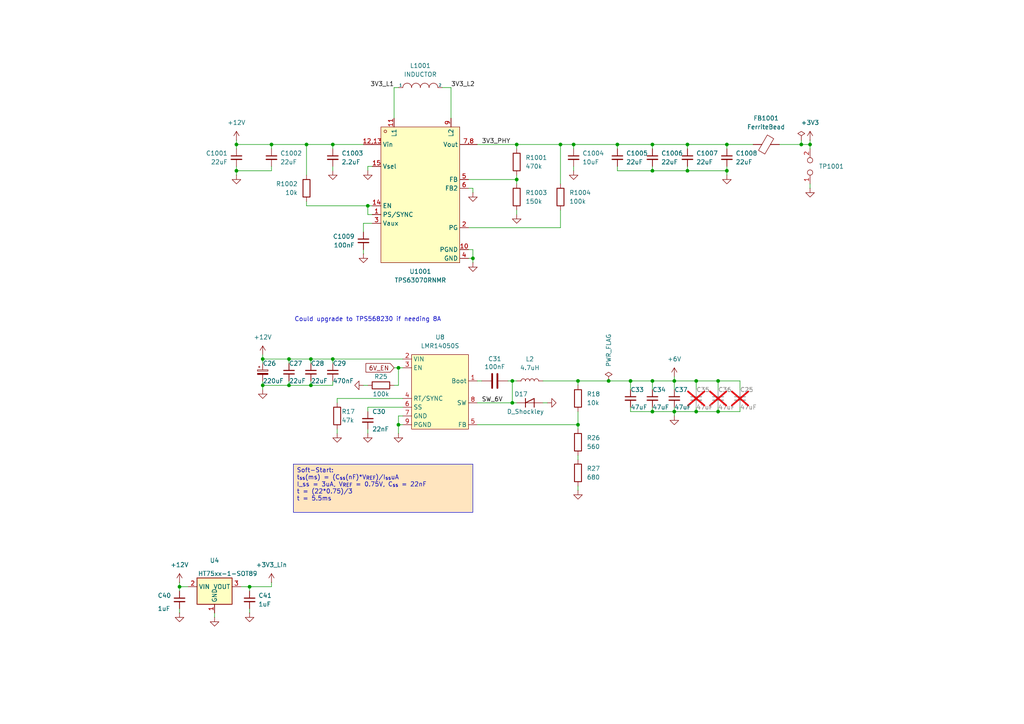
<source format=kicad_sch>
(kicad_sch (version 20231120) (generator "eeschema") (generator_version "8.0")
  (paper "A4")
  (lib_symbols
    (symbol "Connector:TestPoint_2Pole" (pin_names (offset 0.762) hide)
      (property "Reference" "TP" (at 0 1.524 0))
      (property "Value" "TestPoint_2Pole" (at 0 -1.778 0))
      (symbol "TestPoint_2Pole_0_1"
        (circle (center -1.778 0) (radius 0.762))
        (circle (center 1.778 0) (radius 0.762))
        (pin passive line (at -5.08 0 0) (length 2.54) (name "1") (number "1"))
        (pin passive line (at 5.08 0 180) (length 2.54) (name "2") (number "2"))
      )
    )
    (symbol "Device:C" (pin_numbers hide) (pin_names (offset 0.254))
      (property "Reference" "C" (at 0.635 2.54 0))
      (property "Value" "C" (at 0.635 -2.54 0))
      (symbol "C_0_1"
        (polyline (pts (xy -2.032 -0.762) (xy 2.032 -0.762)) (stroke (width 0.508)))
        (polyline (pts (xy -2.032 0.762) (xy 2.032 0.762)) (stroke (width 0.508)))
      )
      (symbol "C_1_1"
        (pin passive line (at 0 3.81 270) (length 2.794) (name "~") (number "1"))
        (pin passive line (at 0 -3.81 90) (length 2.794) (name "~") (number "2"))
      )
    )
    (symbol "Device:C_Polarized_Small" (pin_numbers hide) (pin_names (offset 0.254) hide)
      (property "Reference" "C" (at 0.254 1.778 0))
      (property "Value" "C_Polarized_Small" (at 0.254 -2.032 0))
      (symbol "C_Polarized_Small_0_1"
        (rectangle (start -1.524 -0.3048) (end 1.524 -0.6858) (fill (type outline)))
        (rectangle (start -1.524 0.6858) (end 1.524 0.3048))
        (polyline (pts (xy -1.27 1.524) (xy -0.762 1.524)))
        (polyline (pts (xy -1.016 1.27) (xy -1.016 1.778)))
      )
      (symbol "C_Polarized_Small_1_1"
        (pin passive line (at 0 2.54 270) (length 1.8542) (name "~") (number "1"))
        (pin passive line (at 0 -2.54 90) (length 1.8542) (name "~") (number "2"))
      )
    )
    (symbol "Device:C_Small" (pin_numbers hide) (pin_names (offset 0.254) hide)
      (property "Reference" "C" (at 0.254 1.778 0))
      (property "Value" "C_Small" (at 0.254 -2.032 0))
      (symbol "C_Small_0_1"
        (polyline (pts (xy -1.524 -0.508) (xy 1.524 -0.508)) (stroke (width 0.3302)))
        (polyline (pts (xy -1.524 0.508) (xy 1.524 0.508)) (stroke (width 0.3048)))
      )
      (symbol "C_Small_1_1"
        (pin passive line (at 0 2.54 270) (length 2.032) (name "~") (number "1"))
        (pin passive line (at 0 -2.54 90) (length 2.032) (name "~") (number "2"))
      )
    )
    (symbol "Device:D_Shockley" (pin_numbers hide) (pin_names (offset 1.016) hide)
      (property "Reference" "D" (at 0 2.54 0))
      (property "Value" "D_Shockley" (at 0 -2.54 0))
      (symbol "D_Shockley_0_1"
        (polyline (pts (xy -1.27 0) (xy 1.27 0)))
        (polyline (pts (xy -1.27 1.27) (xy -1.27 -1.27)) (stroke (width 0.254)))
        (polyline (pts (xy -1.27 0) (xy 1.27 1.27) (xy 1.27 -1.27)) (stroke (width 0.254)))
      )
      (symbol "D_Shockley_1_1"
        (pin passive line (at -3.81 0 0) (length 2.54) (name "K") (number "1"))
        (pin passive line (at 3.81 0 180) (length 2.54) (name "A") (number "2"))
      )
    )
    (symbol "Device:FerriteBead" (pin_numbers hide) (pin_names (offset 0))
      (property "Reference" "FB" (at -3.81 0.635 90))
      (property "Value" "FerriteBead" (at 3.81 0 90))
      (symbol "FerriteBead_0_1"
        (polyline (pts (xy 0 -1.27) (xy 0 -1.2192)))
        (polyline (pts (xy 0 1.27) (xy 0 1.2954)))
        (polyline (pts (xy -2.7686 0.4064) (xy -1.7018 2.2606) (xy 2.7686 -0.3048) (xy 1.6764 -2.159) (xy -2.7686 0.4064)))
      )
      (symbol "FerriteBead_1_1"
        (pin passive line (at 0 3.81 270) (length 2.54) (name "~") (number "1"))
        (pin passive line (at 0 -3.81 90) (length 2.54) (name "~") (number "2"))
      )
    )
    (symbol "Device:L" (pin_numbers hide) (pin_names (offset 1.016) hide)
      (property "Reference" "L" (at -1.27 0 90))
      (property "Value" "L" (at 1.905 0 90))
      (symbol "L_0_1"
        (arc (start 0 -2.54) (mid 0.6323 -1.905) (end 0 -1.27))
        (arc (start 0 -1.27) (mid 0.6323 -0.635) (end 0 0))
        (arc (start 0 0) (mid 0.6323 0.635) (end 0 1.27))
        (arc (start 0 1.27) (mid 0.6323 1.905) (end 0 2.54))
      )
      (symbol "L_1_1"
        (pin passive line (at 0 3.81 270) (length 1.27) (name "1") (number "1"))
        (pin passive line (at 0 -3.81 90) (length 1.27) (name "2") (number "2"))
      )
    )
    (symbol "Device:R" (pin_numbers hide) (pin_names (offset 0))
      (property "Reference" "R" (at 2.032 0 90))
      (property "Value" "R" (at 0 0 90))
      (symbol "R_0_1"
        (rectangle (start -1.016 -2.54) (end 1.016 2.54) (stroke (width 0.254)))
      )
      (symbol "R_1_1"
        (pin passive line (at 0 3.81 270) (length 1.27) (name "~") (number "1"))
        (pin passive line (at 0 -3.81 90) (length 1.27) (name "~") (number "2"))
      )
    )
    (symbol "Regulator_Linear:HT75xx-1-SOT89"
      (property "Reference" "U" (at -5.08 -3.81 0))
      (property "Value" "HT75xx-1-SOT89" (at 0 6.35 0))
      (symbol "HT75xx-1-SOT89_0_1"
        (rectangle (start -5.08 5.08) (end 5.08 -2.54) (stroke (width 0.254)) (fill (type background)))
      )
      (symbol "HT75xx-1-SOT89_1_1"
        (pin power_in line (at 0 -5.08 90) (length 2.54) (name "GND") (number "1"))
        (pin power_in line (at -7.62 2.54 0) (length 2.54) (name "VIN") (number "2"))
        (pin power_out line (at 7.62 2.54 180) (length 2.54) (name "VOUT") (number "3"))
      )
    )
    (symbol "cacophony-library:LMR14050S"
      (property "Reference" "U8" (at -0.635 16.51 0))
      (property "Value" "LMR14050S" (at -0.635 13.97 0))
      (symbol "LMR14050S_0_1"
        (rectangle (start -8.89 11.43) (end 7.62 -10.16) (fill (type background)))
      )
      (symbol "LMR14050S_1_1"
        (pin passive line (at 10.16 3.81 180) (length 2.54) (name "Boot") (number "1"))
        (pin passive line (at -11.43 10.16 0) (length 2.54) (name "VIN") (number "2"))
        (pin passive line (at -11.43 7.62 0) (length 2.54) (name "EN") (number "3"))
        (pin passive line (at -11.43 -1.27 0) (length 2.54) (name "RT/SYNC") (number "4"))
        (pin passive line (at 10.16 -8.89 180) (length 2.54) (name "FB") (number "5"))
        (pin passive line (at -11.43 -3.81 0) (length 2.54) (name "SS") (number "6"))
        (pin passive line (at -11.43 -6.35 0) (length 2.54) (name "GND") (number "7"))
        (pin passive line (at 10.16 -2.54 180) (length 2.54) (name "SW") (number "8"))
        (pin passive line (at -11.43 -8.89 0) (length 2.54) (name "PGND") (number "9"))
      )
    )
    (symbol "cacophony-library:Power_Inductor" (pin_numbers hide) (pin_names (offset 0))
      (property "Reference" "L" (at 0 6.35 0))
      (property "Value" "H" (at 0 3.81 0))
      (symbol "Power_Inductor_0_1"
        (arc (start -2.54 0) (mid -3.81 1.2645) (end -5.08 0))
        (arc (start 0 0) (mid -1.27 1.2645) (end -2.54 0))
        (arc (start 2.54 0) (mid 1.27 1.2645) (end 0 0))
        (arc (start 5.08 0) (mid 3.81 1.2645) (end 2.54 0))
      )
      (symbol "Power_Inductor_1_1"
        (pin power_in line (at -6.35 0 0) (length 1.27) (name "1") (number "1"))
        (pin power_out line (at 6.35 0 180) (length 1.27) (name "2") (number "2"))
      )
    )
    (symbol "cacophony-library:TPS63070RNMR"
      (property "Reference" "U" (at 0 13.97 0))
      (property "Value" "TPS63070RNMR" (at 0 -22.86 0))
      (symbol "TPS63070RNMR_0_1"
        (rectangle (start -11.43 11.43) (end 11.43 -27.94) (fill (type background)))
        (circle (center -10.16 10.16) (radius 0.38))
        (pin unspecified line (at -13.97 -13.97 0) (length 2.54) (name "PS/SYNC") (number "1"))
        (pin unspecified line (at 13.97 -24.13 180) (length 2.54) (name "PGND") (number "10"))
        (pin unspecified line (at -13.97 -11.43 0) (length 2.54) (name "EN") (number "14"))
        (pin unspecified line (at -13.97 0 0) (length 2.54) (name "Vsel") (number "15"))
        (pin unspecified line (at 13.97 -17.78 180) (length 2.54) (name "PG") (number "2"))
        (pin unspecified line (at -13.97 -16.51 0) (length 2.54) (name "Vaux") (number "3"))
        (pin unspecified line (at 13.97 -26.67 180) (length 2.54) (name "GND") (number "4"))
        (pin unspecified line (at 13.97 -3.81 180) (length 2.54) (name "FB") (number "5"))
        (pin unspecified line (at 13.97 -6.35 180) (length 2.54) (name "FB2") (number "6"))
        (pin unspecified line (at 8.89 13.97 270) (length 2.54) (name "L2") (number "9"))
      )
      (symbol "TPS63070RNMR_1_1"
        (pin power_out line (at -7.62 13.97 270) (length 2.54) (name "L1") (number "11"))
        (pin power_in line (at -16.51 6.35 0) (length 5.08) (name "Vin") (number "12,13"))
        (pin unspecified line (at 16.51 6.35 180) (length 5.08) (name "Vout") (number "7,8"))
      )
    )
    (symbol "power:+12V" (power) (pin_numbers hide) (pin_names (offset 0) hide)
      (property "Value" "+12V" (at 0 3.556 0))
      (symbol "+12V_0_1"
        (polyline (pts (xy -0.762 1.27) (xy 0 2.54)))
        (polyline (pts (xy 0 0) (xy 0 2.54)))
        (polyline (pts (xy 0 2.54) (xy 0.762 1.27)))
      )
      (symbol "+12V_1_1"
        (pin power_in line (at 0 0 90) (length 0) (name "~") (number "1"))
      )
    )
    (symbol "power:+3V3" (power) (pin_numbers hide) (pin_names (offset 0) hide)
      (property "Value" "+3V3" (at 0 3.556 0))
      (symbol "+3V3_0_1"
        (polyline (pts (xy -0.762 1.27) (xy 0 2.54)))
        (polyline (pts (xy 0 0) (xy 0 2.54)))
        (polyline (pts (xy 0 2.54) (xy 0.762 1.27)))
      )
      (symbol "+3V3_1_1"
        (pin power_in line (at 0 0 90) (length 0) (name "~") (number "1"))
      )
    )
    (symbol "power:+6V" (power) (pin_numbers hide) (pin_names (offset 0) hide)
      (property "Value" "+6V" (at 0 3.556 0))
      (symbol "+6V_0_1"
        (polyline (pts (xy -0.762 1.27) (xy 0 2.54)))
        (polyline (pts (xy 0 0) (xy 0 2.54)))
        (polyline (pts (xy 0 2.54) (xy 0.762 1.27)))
      )
      (symbol "+6V_1_1"
        (pin power_in line (at 0 0 90) (length 0) (name "~") (number "1"))
      )
    )
    (symbol "power:GND" (power) (pin_numbers hide) (pin_names (offset 0) hide)
      (property "Value" "GND" (at 0 -3.81 0))
      (symbol "GND_0_1"
        (polyline (pts (xy 0 0) (xy 0 -1.27) (xy 1.27 -1.27) (xy 0 -2.54) (xy -1.27 -1.27) (xy 0 -1.27)))
      )
      (symbol "GND_1_1"
        (pin power_in line (at 0 0 270) (length 0) (name "~") (number "1"))
      )
    )
    (symbol "power:PWR_FLAG" (power) (pin_numbers hide) (pin_names (offset 0) hide)
      (property "Value" "PWR_FLAG" (at 0 3.81 0))
      (symbol "PWR_FLAG_0_0"
        (pin power_out line (at 0 0 90) (length 0) (name "~") (number "1"))
      )
      (symbol "PWR_FLAG_0_1"
        (polyline (pts (xy 0 0) (xy 0 1.27) (xy -1.016 1.905) (xy 0 2.54) (xy 1.016 1.905) (xy 0 1.27)))
      )
    )
  )
  (junction (at 52.07 170.18))
  (junction (at 210.82 49.53))
  (junction (at 149.86 52.07))
  (junction (at 68.58 49.53))
  (junction (at 189.23 49.53))
  (junction (at 137.16 74.93))
  (junction (at 149.86 41.91))
  (junction (at 166.37 41.91))
  (junction (at 232.41 41.91))
  (junction (at 148.59 116.84))
  (junction (at 182.88 110.49))
  (junction (at 189.23 41.91))
  (junction (at 96.52 104.14))
  (junction (at 208.28 119.38))
  (junction (at 76.2 104.14))
  (junction (at 195.58 119.38))
  (junction (at 83.82 111.76))
  (junction (at 68.58 41.91))
  (junction (at 76.2 111.76))
  (junction (at 195.58 110.49))
  (junction (at 167.64 123.19))
  (junction (at 199.39 41.91))
  (junction (at 148.59 110.49))
  (junction (at 72.39 170.18))
  (junction (at 199.39 49.53))
  (junction (at 115.57 123.19))
  (junction (at 179.07 41.91))
  (junction (at 201.93 110.49))
  (junction (at 189.23 119.38))
  (junction (at 106.68 59.69))
  (junction (at 176.53 110.49))
  (junction (at 234.95 41.91))
  (junction (at 115.57 106.68))
  (junction (at 167.64 110.49))
  (junction (at 83.82 104.14))
  (junction (at 201.93 119.38))
  (junction (at 162.56 41.91))
  (junction (at 210.82 41.91))
  (junction (at 90.17 111.76))
  (junction (at 90.17 104.14))
  (junction (at 96.52 41.91))
  (junction (at 78.74 41.91))
  (junction (at 208.28 110.49))
  (junction (at 88.9 41.91))
  (junction (at 189.23 110.49))
  (wire (pts (xy 157.48 110.49) (xy 167.64 110.49)))
  (wire (pts (xy 114.3 106.68) (xy 115.57 106.68)))
  (wire (pts (xy 234.95 53.34) (xy 234.95 54.61)))
  (wire (pts (xy 167.64 110.49) (xy 176.53 110.49)))
  (wire (pts (xy 115.57 111.76) (xy 115.57 106.68)))
  (wire (pts (xy 107.95 62.23) (xy 106.68 62.23)))
  (wire (pts (xy 201.93 110.49) (xy 208.28 110.49)))
  (wire (pts (xy 166.37 41.91) (xy 179.07 41.91)))
  (wire (pts (xy 106.68 118.11) (xy 106.68 119.38)))
  (wire (pts (xy 106.68 118.11) (xy 116.84 118.11)))
  (wire (pts (xy 149.86 60.96) (xy 149.86 62.23)))
  (wire (pts (xy 128.27 25.4) (xy 130.81 25.4)))
  (wire (pts (xy 149.86 52.07) (xy 149.86 50.8)))
  (wire (pts (xy 96.52 104.14) (xy 96.52 105.41)))
  (wire (pts (xy 179.07 41.91) (xy 189.23 41.91)))
  (wire (pts (xy 208.28 118.11) (xy 208.28 119.38)))
  (wire (pts (xy 195.58 110.49) (xy 189.23 110.49)))
  (wire (pts (xy 76.2 105.41) (xy 76.2 104.14)))
  (wire (pts (xy 208.28 110.49) (xy 208.28 113.03)))
  (wire (pts (xy 106.68 59.69) (xy 106.68 62.23)))
  (wire (pts (xy 68.58 49.53) (xy 68.58 50.8)))
  (wire (pts (xy 76.2 110.49) (xy 76.2 111.76)))
  (wire (pts (xy 201.93 110.49) (xy 201.93 113.03)))
  (wire (pts (xy 76.2 104.14) (xy 83.82 104.14)))
  (wire (pts (xy 96.52 49.53) (xy 96.52 48.26)))
  (wire (pts (xy 167.64 119.38) (xy 167.64 123.19)))
  (wire (pts (xy 106.68 124.46) (xy 106.68 125.73)))
  (wire (pts (xy 199.39 41.91) (xy 210.82 41.91)))
  (wire (pts (xy 195.58 110.49) (xy 201.93 110.49)))
  (wire (pts (xy 97.79 124.46) (xy 97.79 125.73)))
  (wire (pts (xy 232.41 40.64) (xy 232.41 41.91)))
  (wire (pts (xy 138.43 110.49) (xy 139.7 110.49)))
  (wire (pts (xy 54.61 170.18) (xy 52.07 170.18)))
  (wire (pts (xy 189.23 49.53) (xy 199.39 49.53)))
  (wire (pts (xy 138.43 116.84) (xy 148.59 116.84)))
  (wire (pts (xy 90.17 110.49) (xy 90.17 111.76)))
  (wire (pts (xy 182.88 119.38) (xy 182.88 118.11)))
  (wire (pts (xy 106.68 48.26) (xy 106.68 49.53)))
  (wire (pts (xy 149.86 41.91) (xy 149.86 43.18)))
  (wire (pts (xy 76.2 111.76) (xy 76.2 113.03)))
  (wire (pts (xy 149.86 52.07) (xy 149.86 53.34)))
  (wire (pts (xy 195.58 109.22) (xy 195.58 110.49)))
  (wire (pts (xy 72.39 170.18) (xy 72.39 171.45)))
  (wire (pts (xy 135.89 74.93) (xy 137.16 74.93)))
  (wire (pts (xy 68.58 41.91) (xy 68.58 43.18)))
  (wire (pts (xy 149.86 41.91) (xy 162.56 41.91)))
  (wire (pts (xy 210.82 48.26) (xy 210.82 49.53)))
  (wire (pts (xy 96.52 41.91) (xy 105.41 41.91)))
  (wire (pts (xy 72.39 170.18) (xy 78.74 170.18)))
  (wire (pts (xy 78.74 49.53) (xy 78.74 48.26)))
  (wire (pts (xy 107.95 48.26) (xy 106.68 48.26)))
  (wire (pts (xy 195.58 119.38) (xy 195.58 120.65)))
  (wire (pts (xy 208.28 119.38) (xy 214.63 119.38)))
  (wire (pts (xy 201.93 118.11) (xy 201.93 119.38)))
  (wire (pts (xy 214.63 110.49) (xy 214.63 113.03)))
  (wire (pts (xy 148.59 116.84) (xy 149.86 116.84)))
  (wire (pts (xy 105.41 72.39) (xy 105.41 73.66)))
  (wire (pts (xy 138.43 41.91) (xy 149.86 41.91)))
  (wire (pts (xy 201.93 119.38) (xy 208.28 119.38)))
  (wire (pts (xy 162.56 66.04) (xy 162.56 60.96)))
  (wire (pts (xy 115.57 123.19) (xy 115.57 120.65)))
  (wire (pts (xy 62.23 177.8) (xy 62.23 179.07)))
  (wire (pts (xy 189.23 41.91) (xy 199.39 41.91)))
  (wire (pts (xy 105.41 67.31) (xy 105.41 64.77)))
  (wire (pts (xy 157.48 116.84) (xy 158.75 116.84)))
  (wire (pts (xy 96.52 104.14) (xy 116.84 104.14)))
  (wire (pts (xy 195.58 113.03) (xy 195.58 110.49)))
  (wire (pts (xy 167.64 110.49) (xy 167.64 111.76)))
  (wire (pts (xy 106.68 59.69) (xy 107.95 59.69)))
  (wire (pts (xy 76.2 102.87) (xy 76.2 104.14)))
  (wire (pts (xy 83.82 104.14) (xy 83.82 105.41)))
  (wire (pts (xy 52.07 170.18) (xy 52.07 168.91)))
  (wire (pts (xy 52.07 176.53) (xy 52.07 177.8)))
  (wire (pts (xy 148.59 110.49) (xy 148.59 116.84)))
  (wire (pts (xy 232.41 41.91) (xy 234.95 41.91)))
  (wire (pts (xy 167.64 132.08) (xy 167.64 133.35)))
  (wire (pts (xy 88.9 59.69) (xy 88.9 58.42)))
  (wire (pts (xy 68.58 49.53) (xy 78.74 49.53)))
  (wire (pts (xy 115.57 123.19) (xy 116.84 123.19)))
  (wire (pts (xy 199.39 43.18) (xy 199.39 41.91)))
  (wire (pts (xy 148.59 110.49) (xy 149.86 110.49)))
  (wire (pts (xy 210.82 49.53) (xy 210.82 50.8)))
  (wire (pts (xy 234.95 40.64) (xy 234.95 41.91)))
  (wire (pts (xy 226.06 41.91) (xy 232.41 41.91)))
  (wire (pts (xy 189.23 119.38) (xy 195.58 119.38)))
  (wire (pts (xy 76.2 111.76) (xy 83.82 111.76)))
  (wire (pts (xy 78.74 41.91) (xy 88.9 41.91)))
  (wire (pts (xy 210.82 43.18) (xy 210.82 41.91)))
  (wire (pts (xy 167.64 140.97) (xy 167.64 142.24)))
  (wire (pts (xy 96.52 110.49) (xy 96.52 111.76)))
  (wire (pts (xy 182.88 110.49) (xy 189.23 110.49)))
  (wire (pts (xy 115.57 120.65) (xy 116.84 120.65)))
  (wire (pts (xy 68.58 49.53) (xy 68.58 48.26)))
  (wire (pts (xy 182.88 119.38) (xy 189.23 119.38)))
  (wire (pts (xy 189.23 110.49) (xy 189.23 113.03)))
  (wire (pts (xy 88.9 41.91) (xy 88.9 50.8)))
  (wire (pts (xy 97.79 115.57) (xy 97.79 116.84)))
  (wire (pts (xy 166.37 49.53) (xy 166.37 48.26)))
  (wire (pts (xy 135.89 66.04) (xy 162.56 66.04)))
  (wire (pts (xy 72.39 176.53) (xy 72.39 177.8)))
  (wire (pts (xy 115.57 123.19) (xy 115.57 125.73)))
  (wire (pts (xy 90.17 104.14) (xy 83.82 104.14)))
  (wire (pts (xy 182.88 110.49) (xy 182.88 113.03)))
  (wire (pts (xy 176.53 110.49) (xy 182.88 110.49)))
  (wire (pts (xy 78.74 41.91) (xy 78.74 43.18)))
  (wire (pts (xy 83.82 111.76) (xy 83.82 110.49)))
  (wire (pts (xy 135.89 54.61) (xy 137.16 54.61)))
  (wire (pts (xy 90.17 104.14) (xy 90.17 105.41)))
  (wire (pts (xy 52.07 170.18) (xy 52.07 171.45)))
  (wire (pts (xy 90.17 111.76) (xy 83.82 111.76)))
  (wire (pts (xy 189.23 118.11) (xy 189.23 119.38)))
  (wire (pts (xy 114.3 111.76) (xy 115.57 111.76)))
  (wire (pts (xy 179.07 49.53) (xy 189.23 49.53)))
  (wire (pts (xy 214.63 118.11) (xy 214.63 119.38)))
  (wire (pts (xy 96.52 41.91) (xy 96.52 43.18)))
  (wire (pts (xy 137.16 72.39) (xy 137.16 74.93)))
  (wire (pts (xy 68.58 41.91) (xy 78.74 41.91)))
  (wire (pts (xy 96.52 104.14) (xy 90.17 104.14)))
  (wire (pts (xy 135.89 72.39) (xy 137.16 72.39)))
  (wire (pts (xy 137.16 54.61) (xy 137.16 55.88)))
  (wire (pts (xy 162.56 41.91) (xy 166.37 41.91)))
  (wire (pts (xy 135.89 52.07) (xy 149.86 52.07)))
  (wire (pts (xy 162.56 41.91) (xy 162.56 53.34)))
  (wire (pts (xy 69.85 170.18) (xy 72.39 170.18)))
  (wire (pts (xy 179.07 49.53) (xy 179.07 48.26)))
  (wire (pts (xy 210.82 41.91) (xy 218.44 41.91)))
  (wire (pts (xy 105.41 64.77) (xy 107.95 64.77)))
  (wire (pts (xy 179.07 43.18) (xy 179.07 41.91)))
  (wire (pts (xy 97.79 115.57) (xy 116.84 115.57)))
  (wire (pts (xy 208.28 110.49) (xy 214.63 110.49)))
  (wire (pts (xy 189.23 49.53) (xy 189.23 48.26)))
  (wire (pts (xy 195.58 119.38) (xy 195.58 118.11)))
  (wire (pts (xy 88.9 41.91) (xy 96.52 41.91)))
  (wire (pts (xy 115.57 106.68) (xy 116.84 106.68)))
  (wire (pts (xy 114.3 34.29) (xy 114.3 25.4)))
  (wire (pts (xy 199.39 49.53) (xy 199.39 48.26)))
  (wire (pts (xy 195.58 119.38) (xy 201.93 119.38)))
  (wire (pts (xy 96.52 111.76) (xy 90.17 111.76)))
  (wire (pts (xy 105.41 111.76) (xy 106.68 111.76)))
  (wire (pts (xy 147.32 110.49) (xy 148.59 110.49)))
  (wire (pts (xy 189.23 43.18) (xy 189.23 41.91)))
  (wire (pts (xy 199.39 49.53) (xy 210.82 49.53)))
  (wire (pts (xy 234.95 41.91) (xy 234.95 43.18)))
  (wire (pts (xy 167.64 123.19) (xy 167.64 124.46)))
  (wire (pts (xy 88.9 59.69) (xy 106.68 59.69)))
  (wire (pts (xy 68.58 41.91) (xy 68.58 40.64)))
  (wire (pts (xy 130.81 25.4) (xy 130.81 34.29)))
  (wire (pts (xy 137.16 74.93) (xy 137.16 76.2)))
  (wire (pts (xy 78.74 168.91) (xy 78.74 170.18)))
  (wire (pts (xy 138.43 123.19) (xy 167.64 123.19)))
  (wire (pts (xy 166.37 43.18) (xy 166.37 41.91)))
  (wire (pts (xy 114.3 25.4) (xy 115.57 25.4)))
  (text_box "Soft-Start:\nt_{ss}(ms) = (C_{ss}(nF)*V_{REF})/I_{ss}uA\nI_ss = 3uA, V_{REF} = 0.75V, C_{ss} = 22nF\nt = (22*0.75)/3\nt = 5.5ms" (at 85.09 134.62 0) (size 52.07 13.97) (fill (type color) (color 255 229 191 1)) (effects (font (size 1.27 1.27)) (justify left top)))
  (text "Could upgrade to TPS568230 if needing 8A" (at 106.68 92.71 0) (effects (font (size 1.27 1.27))))
  (label "SW_6V" (at 139.7 116.84 0))
  (label "3V3_L2" (at 130.81 25.4 0))
  (label "3V3_PHY" (at 139.7 41.91 0))
  (label "3V3_L1" (at 114.3 25.4 180))
  (global_label "6V_EN" (shape input) (at 114.3 106.68 180) (property "Intersheetrefs" "${INTERSHEET_REFS}" (effects (hide yes))))
  (symbol (lib_id "Device:C_Small") (at 72.39 173.99 0) (unit 1)
    (property "Reference" "C41" (at 74.93 172.7262 0) (effects (justify left)))
    (property "Value" "1uF" (at 74.93 175.2662 0) (effects (justify left)))
    (property "Footprint" "Capacitor_SMD:C_0402_1005Metric" (effects (hide yes)))
    (property "Description" "Unpolarized capacitor, small symbol" (effects (hide yes)))
    (property "LCSC" "C52923" (effects (hide yes)))
  )
  (symbol (lib_id "Device:C_Small") (at 195.58 115.57 0) (unit 1)
    (property "Reference" "C37" (at 195.58 113.03 0) (effects (justify left)))
    (property "Value" "47uF" (at 195.58 118.11 0) (effects (justify left)))
    (property "Footprint" "Capacitor_SMD:C_1206_3216Metric" (effects (hide yes)))
    (property "LCSC" "C96123" (effects (hide yes)))
  )
  (symbol (lib_id "power:GND") (at 68.58 50.8 0) (unit 1)
    (property "Reference" "#PWR062" (effects (hide yes)))
    (property "Value" "GND" (effects (hide yes)))
    (property "Description" "Power symbol creates a global label with name \"GND\" , ground" (effects (hide yes)))
  )
  (symbol (lib_id "power:GND") (at 62.23 179.07 0) (unit 1)
    (property "Reference" "#PWR034" (effects (hide yes)))
    (property "Value" "GND" (effects (hide yes)))
  )
  (symbol (lib_id "Device:R") (at 88.9 54.61 0) (unit 1)
    (property "Reference" "R1002" (at 86.36 53.3399 0) (effects (justify right)))
    (property "Value" "10k" (at 86.36 55.8799 0) (effects (justify right)))
    (property "Footprint" "Resistor_SMD:R_0402_1005Metric" (effects (hide yes)))
    (property "LCSC" "C25744" (effects (hide yes)))
  )
  (symbol (lib_id "power:+12V") (at 52.07 168.91 0) (unit 1)
    (property "Reference" "#PWR033" (effects (hide yes)))
    (property "Value" "+12V" (at 52.07 163.83 0))
  )
  (symbol (lib_id "power:GND") (at 96.52 49.53 0) (unit 1)
    (property "Reference" "#PWR059" (effects (hide yes)))
    (property "Value" "GND" (effects (hide yes)))
    (property "Description" "Power symbol creates a global label with name \"GND\" , ground" (effects (hide yes)))
  )
  (symbol (lib_id "power:GND") (at 52.07 177.8 0) (unit 1)
    (property "Reference" "#PWR038" (effects (hide yes)))
    (property "Value" "GND" (effects (hide yes)))
  )
  (symbol (lib_id "power:GND") (at 149.86 62.23 0) (unit 1)
    (property "Reference" "#PWR066" (effects (hide yes)))
    (property "Value" "GND" (effects (hide yes)))
    (property "Description" "Power symbol creates a global label with name \"GND\" , ground" (effects (hide yes)))
  )
  (symbol (lib_id "Device:C_Small") (at 210.82 45.72 0) (unit 1)
    (property "Reference" "C1008" (at 213.36 44.4562 0) (effects (justify left)))
    (property "Value" "22uF" (at 213.36 46.9962 0) (effects (justify left)))
    (property "Footprint" "Capacitor_SMD:C_0603_1608Metric" (effects (hide yes)))
    (property "LCSC" "C86295" (effects (hide yes)))
  )
  (symbol (lib_id "Device:C_Small") (at 189.23 115.57 0) (unit 1)
    (property "Reference" "C34" (at 189.23 113.03 0) (effects (justify left)))
    (property "Value" "47uF" (at 189.23 118.11 0) (effects (justify left)))
    (property "Footprint" "Capacitor_SMD:C_1206_3216Metric" (effects (hide yes)))
    (property "LCSC" "C96123" (effects (hide yes)))
  )
  (symbol (lib_id "power:GND") (at 76.2 113.03 0) (unit 1)
    (property "Reference" "#PWR016" (effects (hide yes)))
    (property "Value" "GND" (effects (hide yes)))
  )
  (symbol (lib_id "Device:C_Small") (at 201.93 115.57 0) (unit 1) (dnp yes)
    (property "Reference" "C35" (at 201.93 113.03 0) (effects (justify left)))
    (property "Value" "47uF" (at 201.93 118.11 0) (effects (justify left)))
    (property "Footprint" "Capacitor_SMD:C_1206_3216Metric" (effects (hide yes)))
    (property "LCSC" "C96123" (effects (hide yes)))
  )
  (symbol (lib_id "power:+12V") (at 68.58 40.64 0) (unit 1)
    (property "Reference" "#PWR010" (effects (hide yes)))
    (property "Value" "+12V" (at 68.58 35.56 0))
    (property "Description" "Power symbol creates a global label with name \"+12V\"" (effects (hide yes)))
  )
  (symbol (lib_id "Device:L") (at 153.67 110.49 90) (unit 1)
    (property "Reference" "L2" (at 153.67 104.14 90))
    (property "Value" "4.7uH" (at 153.67 106.68 90))
    (property "Footprint" "cacophony-library:IND-SMD_L7.0-W6.6" (effects (hide yes)))
    (property "LCSC" "C408447" (effects (hide yes)))
  )
  (symbol (lib_id "Device:C_Small") (at 182.88 115.57 0) (unit 1)
    (property "Reference" "C33" (at 182.88 113.03 0) (effects (justify left)))
    (property "Value" "47uF" (at 182.88 118.11 0) (effects (justify left)))
    (property "Footprint" "Capacitor_SMD:C_1206_3216Metric" (effects (hide yes)))
    (property "LCSC" "C96123" (effects (hide yes)))
  )
  (symbol (lib_id "Device:R") (at 149.86 46.99 0) (unit 1)
    (property "Reference" "R1001" (at 152.4 45.7199 0) (effects (justify left)))
    (property "Value" "470k" (at 152.4 48.2599 0) (effects (justify left)))
    (property "Footprint" "Resistor_SMD:R_0402_1005Metric" (effects (hide yes)))
    (property "LCSC" "C319591" (effects (hide yes)))
  )
  (symbol (lib_id "power:GND") (at 137.16 55.88 0) (unit 1)
    (property "Reference" "#PWR065" (effects (hide yes)))
    (property "Value" "GND" (effects (hide yes)))
    (property "Description" "Power symbol creates a global label with name \"GND\" , ground" (effects (hide yes)))
  )
  (symbol (lib_id "Device:C_Small") (at 78.74 45.72 0) (unit 1)
    (property "Reference" "C1002" (at 81.28 44.4562 0) (effects (justify left)))
    (property "Value" "22uF" (at 81.28 46.9962 0) (effects (justify left)))
    (property "Footprint" "Capacitor_SMD:C_0805_2012Metric" (effects (hide yes)))
    (property "LCSC" "C45783" (effects (hide yes)))
  )
  (symbol (lib_id "Device:R") (at 167.64 115.57 0) (unit 1)
    (property "Reference" "R18" (at 170.18 114.2999 0) (effects (justify left)))
    (property "Value" "10k" (at 170.18 116.8399 0) (effects (justify left)))
    (property "Footprint" "Resistor_SMD:R_0402_1005Metric" (effects (hide yes)))
    (property "LCSC" "C25744" (effects (hide yes)))
  )
  (symbol (lib_id "power:+3V3") (at 234.95 40.64 0) (unit 1)
    (property "Reference" "#PWR045" (effects (hide yes)))
    (property "Value" "+3V3" (at 234.95 35.56 0))
    (property "Description" "Power symbol creates a global label with name \"+3V3\"" (effects (hide yes)))
  )
  (symbol (lib_id "Device:R") (at 167.64 128.27 0) (unit 1)
    (property "Reference" "R26" (at 170.18 126.9999 0) (effects (justify left)))
    (property "Value" "560" (at 170.18 129.5399 0) (effects (justify left)))
    (property "Footprint" "Resistor_SMD:R_0603_1608Metric" (effects (hide yes)))
    (property "LCSC" "C23204" (effects (hide yes)))
  )
  (symbol (lib_id "power:+12V") (at 76.2 102.87 0) (unit 1)
    (property "Reference" "#PWR011" (effects (hide yes)))
    (property "Value" "+12V" (at 76.2 97.79 0))
  )
  (symbol (lib_id "Device:C_Small") (at 199.39 45.72 0) (unit 1)
    (property "Reference" "C1007" (at 201.93 44.4562 0) (effects (justify left)))
    (property "Value" "22uF" (at 201.93 46.9962 0) (effects (justify left)))
    (property "Footprint" "Capacitor_SMD:C_0603_1608Metric" (effects (hide yes)))
    (property "LCSC" "C86295" (effects (hide yes)))
  )
  (symbol (lib_id "power:GND") (at 106.68 125.73 0) (unit 1)
    (property "Reference" "#PWR026" (effects (hide yes)))
    (property "Value" "GND" (effects (hide yes)))
  )
  (symbol (lib_id "Device:R") (at 162.56 57.15 0) (unit 1)
    (property "Reference" "R1004" (at 165.1 55.8799 0) (effects (justify left)))
    (property "Value" "100k" (at 165.1 58.4199 0) (effects (justify left)))
    (property "Footprint" "Resistor_SMD:R_0402_1005Metric" (effects (hide yes)))
    (property "LCSC" "C25741" (effects (hide yes)))
  )
  (symbol (lib_id "Device:C_Polarized_Small") (at 76.2 107.95 0) (unit 1)
    (property "Reference" "C26" (at 76.2 105.41 0) (effects (justify left)))
    (property "Value" "220uF" (at 76.2 110.49 0) (effects (justify left)))
    (property "Footprint" "cacophony-library:CAP-SMD_BD8.0-L8.3-W8.3-LS9.3-FD" (effects (hide yes)))
    (property "LCSC" "C72497" (effects (hide yes)))
  )
  (symbol (lib_id "power:GND") (at 234.95 54.61 0) (unit 1)
    (property "Reference" "#PWR064" (effects (hide yes)))
    (property "Value" "GND" (effects (hide yes)))
    (property "Description" "Power symbol creates a global label with name \"GND\" , ground" (effects (hide yes)))
  )
  (symbol (lib_id "Device:C_Small") (at 208.28 115.57 0) (unit 1) (dnp yes)
    (property "Reference" "C36" (at 208.28 113.03 0) (effects (justify left)))
    (property "Value" "47uF" (at 208.28 118.11 0) (effects (justify left)))
    (property "Footprint" "Capacitor_SMD:C_1206_3216Metric" (effects (hide yes)))
    (property "LCSC" "C96123" (effects (hide yes)))
  )
  (symbol (lib_id "cacophony-library:LMR14050S") (at 128.27 114.3 0) (unit 1)
    (property "Reference" "U8" (at 127.635 97.79 0))
    (property "Value" "LMR14050S" (at 127.635 100.33 0))
    (property "Footprint" "Package_SO:TI_SO-PowerPAD-8" (effects (hide yes)))
    (property "Datasheet" "https://rocelec.widen.net/view/pdf/ngqsvtkxu0/TXII-S-A0001544015-1.pdf?t.download=true&u=5oefqw" (effects (hide yes)))
    (property "LCSC" "C155484" (effects (hide yes)))
  )
  (symbol (lib_id "power:GND") (at 167.64 142.24 0) (unit 1)
    (property "Reference" "#PWR030" (effects (hide yes)))
    (property "Value" "GND" (effects (hide yes)))
  )
  (symbol (lib_id "cacophony-library:TPS63070RNMR") (at 121.92 48.26 0) (unit 1)
    (property "Reference" "U1001" (at 121.92 78.74 0))
    (property "Value" "TPS63070RNMR" (at 121.92 81.28 0))
    (property "Footprint" "cacophony-library:TPS63070" (effects (hide yes)))
    (property "Datasheet" "https://lcsc.com/product-detail/DC-DC-Converters_TI_TPS63070RNMR_TPS63070RNMR_C109322.html" (effects (hide yes)))
    (property "LCSC Part" "C109322" (effects (hide yes)))
    (property "LCSC" "C109322" (effects (hide yes)))
  )
  (symbol (lib_id "Device:C_Small") (at 106.68 121.92 0) (unit 1)
    (property "Reference" "C30" (at 107.95 119.38 0) (effects (justify left)))
    (property "Value" "22nF" (at 107.95 124.46 0) (effects (justify left)))
    (property "Footprint" "Capacitor_SMD:C_0402_1005Metric" (effects (hide yes)))
    (property "LCSC" "C1532" (effects (hide yes)))
  )
  (symbol (lib_id "Regulator_Linear:HT75xx-1-SOT89") (at 62.23 172.72 0) (unit 1)
    (property "Reference" "U4" (at 62.23 162.56 0))
    (property "Value" "HT75xx-1-SOT89" (at 66.04 166.37 0))
    (property "Footprint" "Package_TO_SOT_SMD:SOT-89-3" (effects (hide yes)))
    (property "Datasheet" "https://www.holtek.com/documents/10179/116711/HT75xx-1v250.pdf" (effects (hide yes)))
    (property "LCSC" "C14289" (effects (hide yes)))
  )
  (symbol (lib_id "power:GND") (at 158.75 116.84 90) (unit 1)
    (property "Reference" "#PWR020" (effects (hide yes)))
    (property "Value" "GND" (effects (hide yes)))
  )
  (symbol (lib_id "Device:C_Small") (at 189.23 45.72 0) (unit 1)
    (property "Reference" "C1006" (at 191.77 44.4562 0) (effects (justify left)))
    (property "Value" "22uF" (at 191.77 46.9962 0) (effects (justify left)))
    (property "Footprint" "Capacitor_SMD:C_0603_1608Metric" (effects (hide yes)))
    (property "LCSC" "C86295" (effects (hide yes)))
  )
  (symbol (lib_id "Device:C") (at 143.51 110.49 270) (unit 1)
    (property "Reference" "C31" (at 143.51 104.0892 90))
    (property "Value" "100nF" (at 143.51 106.4006 90))
    (property "Footprint" "Capacitor_SMD:C_0603_1608Metric" (effects (hide yes)))
    (property "LCSC" "C14663" (effects (hide yes)))
  )
  (symbol (lib_id "power:GND") (at 166.37 49.53 0) (unit 1)
    (property "Reference" "#PWR061" (effects (hide yes)))
    (property "Value" "GND" (effects (hide yes)))
    (property "Description" "Power symbol creates a global label with name \"GND\" , ground" (effects (hide yes)))
  )
  (symbol (lib_id "Device:C_Small") (at 105.41 69.85 0) (unit 1)
    (property "Reference" "C1009" (at 102.87 68.5862 0) (effects (justify right)))
    (property "Value" "100nF" (at 102.87 71.1262 0) (effects (justify right)))
    (property "Footprint" "Capacitor_SMD:C_0402_1005Metric" (effects (hide yes)))
    (property "LCSC" "C100072" (effects (hide yes)))
  )
  (symbol (lib_id "power:GND") (at 137.16 76.2 0) (unit 1)
    (property "Reference" "#PWR068" (effects (hide yes)))
    (property "Value" "GND" (effects (hide yes)))
    (property "Description" "Power symbol creates a global label with name \"GND\" , ground" (effects (hide yes)))
  )
  (symbol (lib_id "power:+6V") (at 195.58 109.22 0) (unit 1)
    (property "Reference" "#PWR014" (effects (hide yes)))
    (property "Value" "+6V" (at 195.58 104.14 0))
  )
  (symbol (lib_id "power:+12V") (at 78.74 168.91 0) (unit 1)
    (property "Reference" "#PWR051" (effects (hide yes)))
    (property "Value" "+3V3_Lin" (at 78.74 163.83 0))
  )
  (symbol (lib_id "cacophony-library:Power_Inductor") (at 121.92 25.4 0) (unit 1)
    (property "Reference" "L1001" (at 121.92 19.05 0))
    (property "Value" "INDUCTOR" (at 121.92 21.59 0))
    (property "Footprint" "Inductor_SMD:L_1008_2520Metric" (effects (hide yes)))
    (property "LCSC" "C2042459" (effects (hide yes)))
  )
  (symbol (lib_id "Device:C_Small") (at 68.58 45.72 0) (unit 1)
    (property "Reference" "C1001" (at 66.04 44.4562 0) (effects (justify right)))
    (property "Value" "22uF" (at 66.04 46.9962 0) (effects (justify right)))
    (property "Footprint" "Capacitor_SMD:C_0805_2012Metric" (effects (hide yes)))
    (property "LCSC" "C45783" (effects (hide yes)))
  )
  (symbol (lib_id "power:GND") (at 105.41 111.76 270) (unit 1)
    (property "Reference" "#PWR015" (effects (hide yes)))
    (property "Value" "GND" (effects (hide yes)))
  )
  (symbol (lib_id "Device:FerriteBead") (at 222.25 41.91 90) (unit 1)
    (property "Reference" "FB1001" (at 222.1992 34.29 90))
    (property "Value" "FerriteBead" (at 222.1992 36.83 90))
    (property "Footprint" "Inductor_SMD:L_0805_2012Metric" (effects (hide yes)))
    (property "LCSC" "C76818" (effects (hide yes)))
  )
  (symbol (lib_id "power:GND") (at 210.82 50.8 0) (unit 1)
    (property "Reference" "#PWR063" (effects (hide yes)))
    (property "Value" "GND" (effects (hide yes)))
    (property "Description" "Power symbol creates a global label with name \"GND\" , ground" (effects (hide yes)))
  )
  (symbol (lib_id "Device:D_Shockley") (at 153.67 116.84 0) (unit 1)
    (property "Reference" "D17" (at 151.13 114.3 0))
    (property "Value" "D_Shockley" (at 152.4 119.38 0))
    (property "Footprint" "Diode_SMD:D_SMA" (effects (hide yes)))
    (property "LCSC" "C22452" (effects (hide yes)))
  )
  (symbol (lib_id "power:PWR_FLAG") (at 176.53 110.49 0) (unit 1)
    (property "Reference" "#FLG03" (effects (hide yes)))
    (property "Value" "PWR_FLAG" (at 176.53 101.6 90))
  )
  (symbol (lib_id "Device:R") (at 110.49 111.76 90) (unit 1)
    (property "Reference" "R25" (at 110.49 109.22 90))
    (property "Value" "100k" (at 110.49 114.3 90))
    (property "Footprint" "Resistor_SMD:R_0402_1005Metric" (effects (hide yes)))
    (property "LCSC" "C25741" (effects (hide yes)))
  )
  (symbol (lib_id "power:GND") (at 105.41 73.66 0) (unit 1)
    (property "Reference" "#PWR067" (effects (hide yes)))
    (property "Value" "GND" (effects (hide yes)))
    (property "Description" "Power symbol creates a global label with name \"GND\" , ground" (effects (hide yes)))
  )
  (symbol (lib_id "power:GND") (at 115.57 125.73 0) (unit 1)
    (property "Reference" "#PWR027" (effects (hide yes)))
    (property "Value" "GND" (effects (hide yes)))
  )
  (symbol (lib_id "power:GND") (at 97.79 125.73 0) (unit 1)
    (property "Reference" "#PWR025" (effects (hide yes)))
    (property "Value" "GND" (effects (hide yes)))
  )
  (symbol (lib_id "power:GND") (at 106.68 49.53 0) (unit 1)
    (property "Reference" "#PWR060" (effects (hide yes)))
    (property "Value" "GND" (effects (hide yes)))
    (property "Description" "Power symbol creates a global label with name \"GND\" , ground" (effects (hide yes)))
  )
  (symbol (lib_id "Device:C_Small") (at 90.17 107.95 0) (unit 1)
    (property "Reference" "C28" (at 90.17 105.41 0) (effects (justify left)))
    (property "Value" "22uF" (at 90.17 110.49 0) (effects (justify left)))
    (property "Footprint" "Capacitor_SMD:C_0805_2012Metric" (effects (hide yes)))
    (property "LCSC" "C45783" (effects (hide yes)))
  )
  (symbol (lib_id "Device:C_Small") (at 96.52 45.72 0) (unit 1)
    (property "Reference" "C1003" (at 99.06 44.4562 0) (effects (justify left)))
    (property "Value" "2.2uF" (at 99.06 46.9962 0) (effects (justify left)))
    (property "Footprint" "Capacitor_SMD:C_0402_1005Metric" (effects (hide yes)))
    (property "LCSC" "C159814" (effects (hide yes)))
  )
  (symbol (lib_id "Device:R") (at 97.79 120.65 0) (unit 1)
    (property "Reference" "R17" (at 99.06 119.38 0) (effects (justify left)))
    (property "Value" "47k" (at 99.06 121.92 0) (effects (justify left)))
    (property "Footprint" "Resistor_SMD:R_0402_1005Metric" (effects (hide yes)))
    (property "LCSC" "C25792" (effects (hide yes)))
  )
  (symbol (lib_id "power:PWR_FLAG") (at 232.41 40.64 0) (unit 1)
    (property "Reference" "#FLG01" (effects (hide yes)))
    (property "Value" "PWR_FLAG" (effects (hide yes)))
    (property "Description" "Special symbol for telling ERC where power comes from" (effects (hide yes)))
  )
  (symbol (lib_id "Device:C_Small") (at 83.82 107.95 0) (unit 1)
    (property "Reference" "C27" (at 83.82 105.41 0) (effects (justify left)))
    (property "Value" "22uF" (at 83.82 110.49 0) (effects (justify left)))
    (property "Footprint" "Capacitor_SMD:C_0805_2012Metric" (effects (hide yes)))
    (property "LCSC" "C45783" (effects (hide yes)))
  )
  (symbol (lib_id "power:GND") (at 72.39 177.8 0) (unit 1)
    (property "Reference" "#PWR039" (effects (hide yes)))
    (property "Value" "GND" (effects (hide yes)))
  )
  (symbol (lib_id "Device:C_Small") (at 166.37 45.72 0) (unit 1)
    (property "Reference" "C1004" (at 168.91 44.4562 0) (effects (justify left)))
    (property "Value" "10uF" (at 168.91 46.9962 0) (effects (justify left)))
    (property "Footprint" "Capacitor_SMD:C_0402_1005Metric" (effects (hide yes)))
    (property "LCSC" "C15525" (effects (hide yes)))
  )
  (symbol (lib_id "Connector:TestPoint_2Pole") (at 234.95 48.26 90) (unit 1) (in_bom no)
    (property "Reference" "TP1001" (at 237.49 48.2599 90) (effects (justify right)))
    (property "Value" "TestPoint_2Pole" (effects (hide yes)))
    (property "Footprint" "cacophony-library:test-point-2p" (effects (hide yes)))
  )
  (symbol (lib_id "Device:C_Small") (at 52.07 173.99 0) (unit 1)
    (property "Reference" "C40" (at 45.72 172.72 0) (effects (justify left)))
    (property "Value" "1uF" (at 45.72 176.53 0) (effects (justify left)))
    (property "Footprint" "Capacitor_SMD:C_0402_1005Metric" (effects (hide yes)))
    (property "Description" "Unpolarized capacitor, small symbol" (effects (hide yes)))
    (property "LCSC" "C52923" (effects (hide yes)))
  )
  (symbol (lib_id "Device:R") (at 167.64 137.16 0) (unit 1)
    (property "Reference" "R27" (at 170.18 135.8899 0) (effects (justify left)))
    (property "Value" "680" (at 170.18 138.4299 0) (effects (justify left)))
    (property "Footprint" "Resistor_SMD:R_0603_1608Metric" (effects (hide yes)))
    (property "LCSC" "C23228" (effects (hide yes)))
  )
  (symbol (lib_id "Device:C_Small") (at 96.52 107.95 0) (unit 1)
    (property "Reference" "C29" (at 96.52 105.41 0) (effects (justify left)))
    (property "Value" "470nF" (at 96.52 110.49 0) (effects (justify left)))
    (property "Footprint" "Capacitor_SMD:C_0603_1608Metric" (effects (hide yes)))
    (property "LCSC" "C1623" (effects (hide yes)))
  )
  (symbol (lib_id "power:GND") (at 195.58 120.65 0) (unit 1)
    (property "Reference" "#PWR021" (effects (hide yes)))
    (property "Value" "GND" (effects (hide yes)))
  )
  (symbol (lib_id "Device:R") (at 149.86 57.15 0) (unit 1)
    (property "Reference" "R1003" (at 152.4 55.8799 0) (effects (justify left)))
    (property "Value" "150k" (at 152.4 58.4199 0) (effects (justify left)))
    (property "Footprint" "Resistor_SMD:R_0402_1005Metric" (effects (hide yes)))
    (property "LCSC" "C723770" (effects (hide yes)))
  )
  (symbol (lib_id "Device:C_Small") (at 179.07 45.72 0) (unit 1)
    (property "Reference" "C1005" (at 181.61 44.4562 0) (effects (justify left)))
    (property "Value" "22uF" (at 181.61 46.9962 0) (effects (justify left)))
    (property "Footprint" "Capacitor_SMD:C_0603_1608Metric" (effects (hide yes)))
    (property "LCSC" "C86295" (effects (hide yes)))
  )
  (symbol (lib_id "Device:C_Small") (at 214.63 115.57 0) (unit 1) (dnp yes)
    (property "Reference" "C25" (at 214.63 113.03 0) (effects (justify left)))
    (property "Value" "47uF" (at 214.63 118.11 0) (effects (justify left)))
    (property "Footprint" "Capacitor_SMD:C_1206_3216Metric" (effects (hide yes)))
    (property "LCSC" "C96123" (effects (hide yes)))
  )
)
</source>
